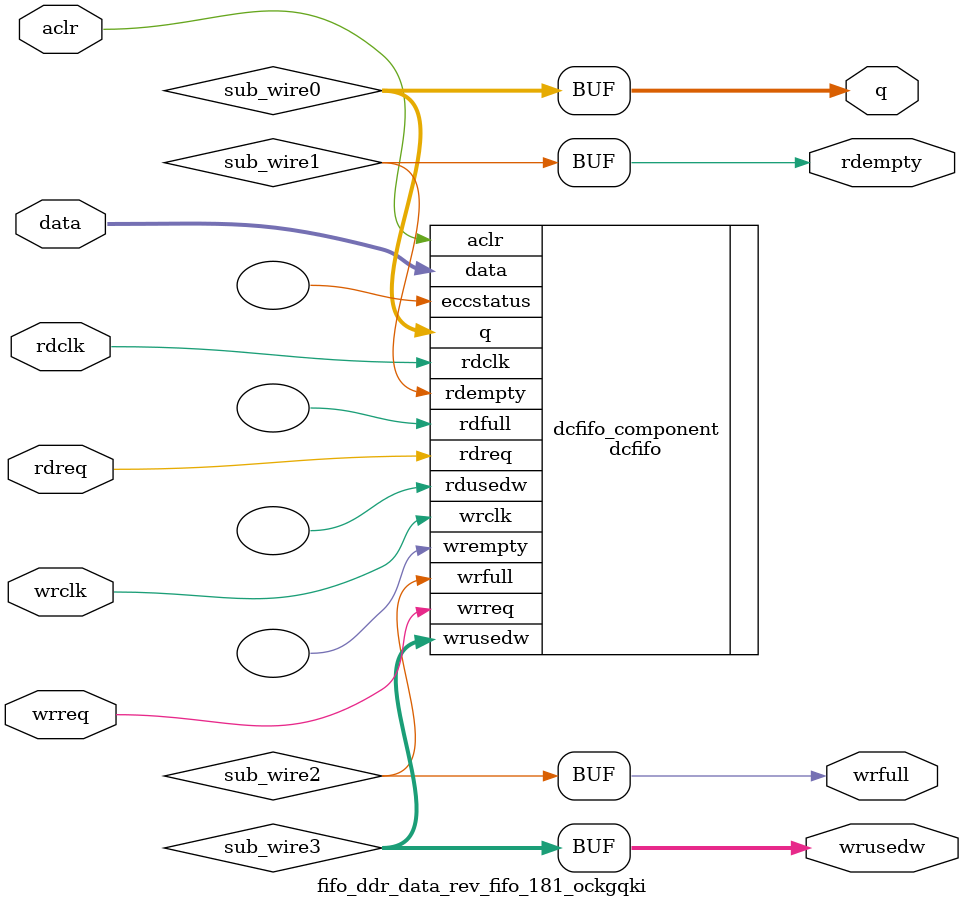
<source format=v>



`timescale 1 ps / 1 ps
// synopsys translate_on
module  fifo_ddr_data_rev_fifo_181_ockgqki  (
    aclr,
    data,
    rdclk,
    rdreq,
    wrclk,
    wrreq,
    q,
    rdempty,
    wrfull,
    wrusedw);

    input    aclr;
    input  [127:0]  data;
    input    rdclk;
    input    rdreq;
    input    wrclk;
    input    wrreq;
    output [127:0]  q;
    output   rdempty;
    output   wrfull;
    output [8:0]  wrusedw;
`ifndef ALTERA_RESERVED_QIS
// synopsys translate_off
`endif
    tri0     aclr;
`ifndef ALTERA_RESERVED_QIS
// synopsys translate_on
`endif

    wire [127:0] sub_wire0;
    wire  sub_wire1;
    wire  sub_wire2;
    wire [8:0] sub_wire3;
    wire [127:0] q = sub_wire0[127:0];
    wire  rdempty = sub_wire1;
    wire  wrfull = sub_wire2;
    wire [8:0] wrusedw = sub_wire3[8:0];

    dcfifo  dcfifo_component (
                .aclr (aclr),
                .data (data),
                .rdclk (rdclk),
                .rdreq (rdreq),
                .wrclk (wrclk),
                .wrreq (wrreq),
                .q (sub_wire0),
                .rdempty (sub_wire1),
                .wrfull (sub_wire2),
                .wrusedw (sub_wire3),
                .eccstatus (),
                .rdfull (),
                .rdusedw (),
                .wrempty ());
    defparam
        dcfifo_component.enable_ecc  = "FALSE",
        dcfifo_component.intended_device_family  = "Arria 10",
        dcfifo_component.lpm_hint  = "DISABLE_DCFIFO_EMBEDDED_TIMING_CONSTRAINT=TRUE",
        dcfifo_component.lpm_numwords  = 512,
        dcfifo_component.lpm_showahead  = "ON",
        dcfifo_component.lpm_type  = "dcfifo",
        dcfifo_component.lpm_width  = 128,
        dcfifo_component.lpm_widthu  = 9,
        dcfifo_component.overflow_checking  = "ON",
        dcfifo_component.rdsync_delaypipe  = 4,
        dcfifo_component.read_aclr_synch  = "OFF",
        dcfifo_component.underflow_checking  = "ON",
        dcfifo_component.use_eab  = "ON",
        dcfifo_component.write_aclr_synch  = "OFF",
        dcfifo_component.wrsync_delaypipe  = 4;


endmodule



</source>
